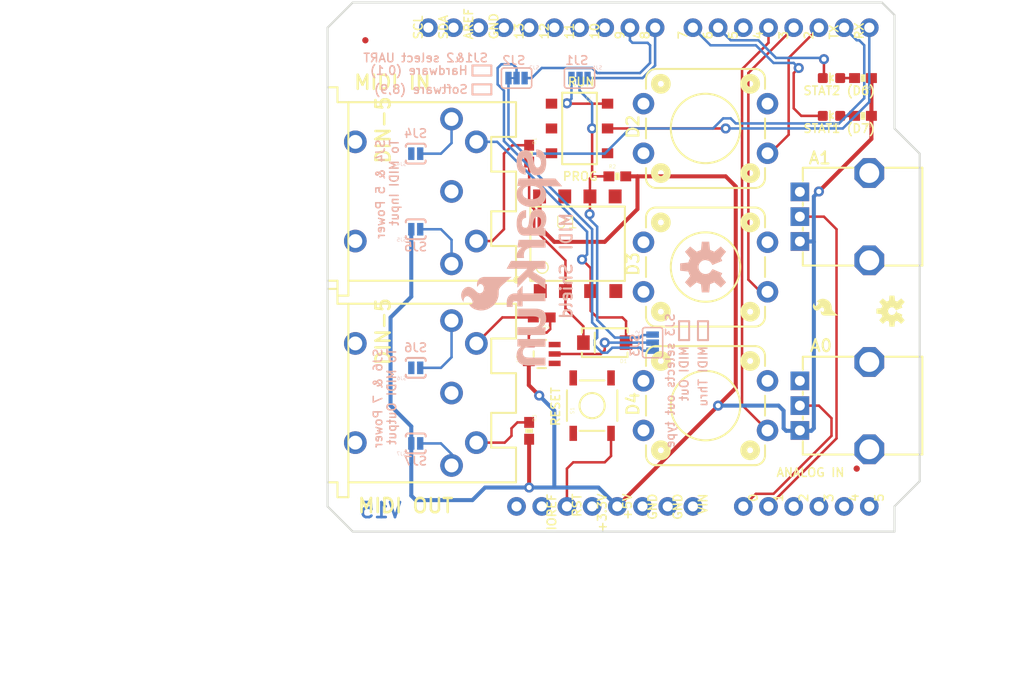
<source format=kicad_pcb>
(kicad_pcb (version 20211014) (generator pcbnew)
  (layers (0 "F.Cu" signal) (31 "B.Cu" signal) (34 "B.Paste" user) (35 "F.Paste" user) (36 "B.SilkS" user "B.Silkscreen") (37 "F.SilkS" user "F.Silkscreen") (38 "B.Mask" user) (39 "F.Mask" user) (44 "Edge.Cuts" user))
  (net 0 "")
  (net 1 "GND")
  (net 2 "VCC")
  (net 3 "56")
  (net 4 "PIN5")
  (net 5 "PORT-RX")
  (net 6 "1235")
  (net 7 "D2")
  (net 8 "D3")
  (net 9 "D4")
  (net 10 "RESET")
  (net 11 "A1")
  (net 12 "A0")
  (net 13 "N$9")
  (net 14 "N$10")
  (net 15 "D7")
  (net 16 "D6")
  (net 17 "RX-I")
  (net 18 "N$2")
  (net 19 "N$1")
  (net 20 "N$3")
  (net 21 "PORT-TX")
  (net 22 "N$4")
  (net 23 "N$5")
  (net 24 "N$6")
  (net 25 "N$7")
  (net 26 "HARD-TX")
  (net 27 "HARD-RX")
  (net 28 "SOFT-TX")
  (net 29 "SOFT-RX")
  (net 30 "TX-BUF")
  (footprint "boardEagle:5-PIN-DIN-RA-PCB-NEW" (layer "F.Cu") (at 118.6561 117.7036 -90)
    (fp_text reference "J2" hide)
    (fp_text value "MIDI OUT" hide)
  )
  (footprint "boardEagle:0603-RES" (layer "F.Cu") (at 147.8661 95.8596)
    (fp_text reference "R2")
    (fp_text value "220")
  )
  (footprint "boardEagle:SFE_LOGO_FLAME_.1" (layer "F.Cu") (at 170.4721 110.2106 90)
    (fp_text reference "LOGO5" hide)
    (fp_text value "SFE_LOGO_FLAME.1_INCH" hide)
  )
  (footprint "boardEagle:TACTILE-SWITCH-SMD" (layer "F.Cu") (at 145.3261 118.9736 90)
    (fp_text reference "S1")
    (fp_text value "Reset")
  )
  (footprint "boardEagle:0603-RES" (layer "F.Cu") (at 140.2461 110.0836 180)
    (fp_text reference "R4")
    (fp_text value "220")
  )
  (footprint "boardEagle:TACTILE-PTH-12MM" (layer "F.Cu") (at 156.7561 105.0036)
    (fp_text reference "S4" hide)
    (fp_text value "SWITCH-MOMENTARY-212MM" hide)
  )
  (footprint "boardEagle:TACTILE-PTH-12MM" (layer "F.Cu") (at 156.7561 91.0336)
    (fp_text reference "S5" hide)
    (fp_text value "SWITCH-MOMENTARY-212MM" hide)
  )
  (footprint "boardEagle:LED-0603" (layer "F.Cu") (at 169.4561 85.9536 90)
    (fp_text reference "LED2")
    (fp_text value "GREEN")
  )
  (footprint "boardEagle:0603-RES" (layer "F.Cu") (at 172.6311 85.9536 180)
    (fp_text reference "R6")
    (fp_text value "330")
  )
  (footprint "boardEagle:REVISION" (layer "F.Cu") (at 117.3861 148.1836)
    (fp_text reference "U$1" hide)
    (fp_text value "REVISION" hide)
  )
  (footprint "boardEagle:AYZ0202" (layer "F.Cu") (at 144.0561 91.0336 -90)
    (fp_text reference "S2")
    (fp_text value "RUN/PROGRAM")
  )
  (footprint "boardEagle:SMA-DIODE" (layer "F.Cu") (at 146.5961 112.6236 180)
    (fp_text reference "D1")
    (fp_text value "MBRA140")
  )
  (footprint "boardEagle:ALPS_POT" (layer "F.Cu") (at 173.2661 118.9736 180)
    (fp_text reference "RV2" hide)
    (fp_text value "10k" hide)
  )
  (footprint "boardEagle:0603-RES" (layer "F.Cu") (at 138.9761 93.5736 -90)
    (fp_text reference "R1")
    (fp_text value "220")
  )
  (footprint "boardEagle:5-PIN-DIN-RA-PCB-NEW" (layer "F.Cu") (at 118.6561 97.3836 -90)
    (fp_text reference "J1" hide)
    (fp_text value "MIDI IN" hide)
  )
  (footprint "boardEagle:LED-0603" (layer "F.Cu") (at 169.4561 89.7636 90)
    (fp_text reference "LED1")
    (fp_text value "RED")
  )
  (footprint "boardEagle:MICRO-FIDUCIAL" (layer "F.Cu") (at 122.4661 82.1436)
    (fp_text reference "FID2" hide)
    (fp_text value "FIDUCIALUFIDUCIAL" hide)
  )
  (footprint "boardEagle:SOT23-5" (layer "F.Cu") (at 140.2461 113.7666 90)
    (fp_text reference "U2")
    (fp_text value "74AHC1G125")
  )
  (footprint "boardEagle:0603-RES" (layer "F.Cu") (at 172.6311 89.7636 180)
    (fp_text reference "R5")
    (fp_text value "330")
  )
  (footprint "boardEagle:MICRO-FIDUCIAL" (layer "F.Cu") (at 171.9961 125.3236)
    (fp_text reference "FID1" hide)
    (fp_text value "FIDUCIALUFIDUCIAL" hide)
  )
  (footprint "boardEagle:8-SMD" (layer "F.Cu") (at 144.0561 102.4636)
    (fp_text reference "U1")
    (fp_text value "6N138M")
  )
  (footprint "boardEagle:OSHW-LOGO-S" (layer "F.Cu") (at 175.5521 109.4486 90)
    (fp_text reference "LOGO2" hide)
    (fp_text value "OSHW-LOGOS" hide)
  )
  (footprint "boardEagle:TACTILE-PTH-12MM" (layer "F.Cu") (at 156.7561 118.9736)
    (fp_text reference "S3" hide)
    (fp_text value "SWITCH-MOMENTARY-212MM" hide)
  )
  (footprint "boardEagle:0603-RES" (layer "F.Cu") (at 138.9761 121.5136 -90)
    (fp_text reference "R3")
    (fp_text value "220")
  )
  (footprint "boardEagle:ALPS_POT" (layer "F.Cu") (at 173.2661 99.9236 180)
    (fp_text reference "RV1" hide)
    (fp_text value "10k" hide)
  )
  (footprint "boardEagle:UNO_R3_SHIELD" (layer "F.Cu") (at 118.6561 78.3336 -90)
    (fp_text reference "J3" hide)
    (fp_text value "UNO_R3_SHIELD" hide)
  )
  (footprint "boardEagle:CREATIVE_COMMONS" (layer "F.Cu") (at 105.9561 145.6436)
    (fp_text reference "FRAME1" hide)
    (fp_text value "Frame" hide)
  )
  (footprint "boardEagle:PAD-JUMPER-2-NO_YES_SILK" (layer "B.Cu") (at 127.5461 122.7836)
    (fp_text reference "SJ7")
    (fp_text value "JUMPER-PAD-2-NOYES_SILK")
  )
  (footprint "boardEagle:PAD-JUMPER-3-2OF3_NC_BY_TRACE_YES_SILK_FULL_BOX" (layer "B.Cu") (at 151.4221 112.6236 -90)
    (fp_text reference "SJ3")
    (fp_text value "out/thru")
  )
  (footprint "boardEagle:PAD-JUMPER-3-2OF3_NC_BY_TRACE_YES_SILK_FULL_BOX" (layer "B.Cu") (at 137.7061 85.9536 180)
    (fp_text reference "SJ2")
    (fp_text value "TX sel")
  )
  (footprint "boardEagle:SFE_LOGO_NAME_FLAME_.2" (layer "B.Cu") (at 142.4051 92.4306 -90)
    (fp_text reference "LOGO1" hide)
    (fp_text value "SFE_LOGO_NAME_FLAME.2_INCH" hide)
  )
  (footprint "boardEagle:OSHW-LOGO-M" (layer "B.Cu") (at 156.7561 105.0036 -90)
    (fp_text reference "LOGO3" hide)
    (fp_text value "OSHW-LOGOM" hide)
  )
  (footprint "boardEagle:PAD-JUMPER-2-NO_YES_SILK" (layer "B.Cu") (at 127.5461 93.5736)
    (fp_text reference "SJ4")
    (fp_text value "JUMPER-PAD-2-NOYES_SILK")
  )
  (footprint "boardEagle:PAD-JUMPER-2-NO_YES_SILK" (layer "B.Cu") (at 127.5461 101.1936)
    (fp_text reference "SJ5")
    (fp_text value "JUMPER-PAD-2-NOYES_SILK")
  )
  (footprint "boardEagle:PAD-JUMPER-3-2OF3_NC_BY_TRACE_YES_SILK_FULL_BOX" (layer "B.Cu") (at 144.0561 85.9536 180)
    (fp_text reference "SJ1")
    (fp_text value "RX sel")
  )
  (footprint "boardEagle:PAD-JUMPER-2-NO_YES_SILK" (layer "B.Cu") (at 127.5461 115.1636)
    (fp_text reference "SJ6")
    (fp_text value "JUMPER-PAD-2-NOYES_SILK")
  )
  (gr_line (start 154.0891 112.3696) (end 154.0891 110.4646) (layer "B.SilkS") (width 0.2032))
  (gr_line (start 157.0101 112.3696) (end 155.9941 112.3696) (layer "B.SilkS") (width 0.2032))
  (gr_line (start 154.0891 110.4646) (end 155.1051 110.4646) (layer "B.SilkS") (width 0.2032))
  (gr_line (start 133.2611 87.6046) (end 133.2611 86.5886) (layer "B.SilkS") (width 0.2032))
  (gr_line (start 133.2611 84.6836) (end 135.1661 84.6836) (layer "B.SilkS") (width 0.2032))
  (gr_line (start 155.9941 110.4646) (end 157.0101 110.4646) (layer "B.SilkS") (width 0.2032))
  (gr_line (start 135.1661 85.6996) (end 133.2611 85.6996) (layer "B.SilkS") (width 0.2032))
  (gr_line (start 155.1051 110.4646) (end 155.1051 112.3696) (layer "B.SilkS") (width 0.2032))
  (gr_line (start 157.0101 110.4646) (end 157.0101 112.3696) (layer "B.SilkS") (width 0.2032))
  (gr_line (start 135.1661 86.5886) (end 135.1661 87.6046) (layer "B.SilkS") (width 0.2032))
  (gr_line (start 133.2611 85.6996) (end 133.2611 84.6836) (layer "B.SilkS") (width 0.2032))
  (gr_line (start 135.1661 84.6836) (end 135.1661 85.6996) (layer "B.SilkS") (width 0.2032))
  (gr_line (start 155.1051 112.3696) (end 154.0891 112.3696) (layer "B.SilkS") (width 0.2032))
  (gr_line (start 133.2611 86.5886) (end 135.1661 86.5886) (layer "B.SilkS") (width 0.2032))
  (gr_line (start 135.1661 87.6046) (end 133.2611 87.6046) (layer "B.SilkS") (width 0.2032))
  (gr_line (start 155.9941 112.3696) (end 155.9941 110.4646) (layer "B.SilkS") (width 0.2032))
  (gr_line (start 121.1961 131.6736) (end 118.6561 129.1336) (layer "Edge.Cuts") (width 0.2032))
  (gr_line (start 118.6561 129.1336) (end 118.6561 80.8736) (layer "Edge.Cuts") (width 0.2032))
  (gr_line (start 175.8061 129.1336) (end 175.8061 131.6736) (layer "Edge.Cuts") (width 0.2032))
  (gr_line (start 174.5361 78.3336) (end 175.8061 79.6036) (layer "Edge.Cuts") (width 0.2032))
  (gr_line (start 121.1961 78.3336) (end 174.5361 78.3336) (layer "Edge.Cuts") (width 0.2032))
  (gr_line (start 175.8061 79.6036) (end 175.8061 91.0336) (layer "Edge.Cuts") (width 0.2032))
  (gr_line (start 178.3461 93.5736) (end 178.3461 126.5936) (layer "Edge.Cuts") (width 0.2032))
  (gr_line (start 178.3461 126.5936) (end 175.8061 129.1336) (layer "Edge.Cuts") (width 0.2032))
  (gr_line (start 175.8061 91.0336) (end 178.3461 93.5736) (layer "Edge.Cuts") (width 0.2032))
  (gr_line (start 118.6561 80.8736) (end 121.1961 78.3336) (layer "Edge.Cuts") (width 0.2032))
  (gr_line (start 175.8061 131.6736) (end 121.1961 131.6736) (layer "Edge.Cuts") (width 0.2032))
  (gr_text "V15" (at 126.2761 130.4036) (layer "B.Cu") (effects (font (size 1.5113 1.5113) (thickness 0.2667)) (justify left bottom mirror)))
  (gr_text "SJ4" (at 126.2761 91.0336) (layer "B.SilkS") (effects (font (size 0.8636 0.8636) (thickness 0.1524)) (justify right top mirror)))
  (gr_text "SJ3 selects out type" (at 152.6921 109.5756 -270) (layer "B.SilkS") (effects (font (size 0.8636 0.8636) (thickness 0.1524)) (justify left top mirror)))
  (gr_text "SJ1&2 select UART" (at 134.9121 83.4136) (layer "B.SilkS") (effects (font (size 0.8636 0.8636) (thickness 0.1524)) (justify left top mirror)))
  (gr_text "SJ3" (at 150.1521 112.8776 -270) (layer "B.SilkS") (effects (font (size 0.8636 0.8636) (thickness 0.1524)) (justify bottom mirror)))
  (gr_text "SJ5" (at 126.2761 102.4636) (layer "B.SilkS") (effects (font (size 0.8636 0.8636) (thickness 0.1524)) (justify right top mirror)))
  (gr_text "MIDI" (at 143.4211 99.4156 -270) (layer "B.SilkS") (effects (font (size 1.20904 1.20904) (thickness 0.21336)) (justify left bottom mirror)))
  (gr_text "SJ6 & 7 Power \nTo MIDI Output" (at 123.2281 113.1316 -270) (layer "B.SilkS") (effects (font (size 0.8636 0.8636) (thickness 0.1524)) (justify left top mirror)))
  (gr_text "MIDI Thru" (at 155.9941 112.8776 -270) (layer "B.SilkS") (effects (font (size 0.8636 0.8636) (thickness 0.1524)) (justify left top mirror)))
  (gr_text "Shield" (at 143.4211 104.4956 -270) (layer "B.SilkS") (effects (font (size 1.20904 1.20904) (thickness 0.21336)) (justify left bottom mirror)))
  (gr_text "SJ2" (at 136.1821 83.6676) (layer "B.SilkS") (effects (font (size 0.8636 0.8636) (thickness 0.1524)) (justify right top mirror)))
  (gr_text "SJ1" (at 142.5321 83.6676) (layer "B.SilkS") (effects (font (size 0.8636 0.8636) (thickness 0.1524)) (justify right top mirror)))
  (gr_text "MIDI Out" (at 154.0891 112.8776 -270) (layer "B.SilkS") (effects (font (size 0.8636 0.8636) (thickness 0.1524)) (justify left top mirror)))
  (gr_text "Hardware (0,1)" (at 132.8801 84.6836) (layer "B.SilkS") (effects (font (size 0.8636 0.8636) (thickness 0.1524)) (justify left top mirror)))
  (gr_text "SJ7" (at 126.2761 124.0536) (layer "B.SilkS") (effects (font (size 0.8636 0.8636) (thickness 0.1524)) (justify right top mirror)))
  (gr_text "SJ6" (at 126.2761 112.6236) (layer "B.SilkS") (effects (font (size 0.8636 0.8636) (thickness 0.1524)) (justify right top mirror)))
  (gr_text "SJ4 & 5 Power \nTo MIDI Input" (at 123.4821 92.0496 -270) (layer "B.SilkS") (effects (font (size 0.8636 0.8636) (thickness 0.1524)) (justify left top mirror)))
  (gr_text "Software (8,9)" (at 132.8801 86.5886) (layer "B.SilkS") (effects (font (size 0.8636 0.8636) (thickness 0.1524)) (justify left top mirror)))
  (gr_text "D2" (at 150.1521 92.1766 90) (layer "F.SilkS") (effects (font (size 1.20904 1.20904) (thickness 0.21336)) (justify left bottom)))
  (gr_text "A0" (at 167.1701 113.6396) (layer "F.SilkS") (effects (font (size 1.20904 1.20904) (thickness 0.21336)) (justify left bottom)))
  (gr_text "D4" (at 150.1521 120.1166 90) (layer "F.SilkS") (effects (font (size 1.20904 1.20904) (thickness 0.21336)) (justify left bottom)))
  (gr_text "STAT1 (D7)" (at 166.5351 91.5416) (layer "F.SilkS") (effects (font (size 0.8636 0.8636) (thickness 0.1524)) (justify left bottom)))
  (gr_text "A1" (at 167.0431 94.7166) (layer "F.SilkS") (effects (font (size 1.20904 1.20904) (thickness 0.21336)) (justify left bottom)))
  (gr_text "PROG" (at 142.2781 96.3676) (layer "F.SilkS") (effects (font (size 0.8636 0.8636) (thickness 0.1524)) (justify left bottom)))
  (gr_text "MIDI IN" (at 121.1961 87.2236) (layer "F.SilkS") (effects (font (size 1.42494 1.42494) (thickness 0.25146)) (justify left bottom)))
  (gr_text "MIDI OUT" (at 121.5771 129.8956) (layer "F.SilkS") (effects (font (size 1.42494 1.42494) (thickness 0.25146)) (justify left bottom)))
  (gr_text "RUN" (at 142.7861 86.8426) (layer "F.SilkS") (effects (font (size 0.8636 0.8636) (thickness 0.1524)) (justify left bottom)))
  (gr_text "STAT2 (D6)" (at 166.5351 87.7316) (layer "F.SilkS") (effects (font (size 0.8636 0.8636) (thickness 0.1524)) (justify left bottom)))
  (gr_text "D3" (at 150.1521 106.0196 90) (layer "F.SilkS") (effects (font (size 1.20904 1.20904) (thickness 0.21336)) (justify left bottom)))
  (gr_text "RESET" (at 142.1511 121.1326 90) (layer "F.SilkS") (effects (font (size 0.8636 0.8636) (thickness 0.1524)) (justify left bottom)))
  (segment (start 149.8981 95.8596) (end 158.7881 95.8596) (width 0.4064) (layer "F.Cu") (net 2))
  (segment (start 159.8041 117.1956) (end 158.0261 118.9736) (width 0.4064) (layer "F.Cu") (net 2))
  (segment (start 158.0261 118.9736) (end 147.8661 129.1336) (width 0.4064) (layer "F.Cu") (net 2))
  (segment (start 140.0261 100.9736) (end 141.5161 102.4636) (width 0.4064) (layer "F.Cu") (net 2))
  (segment (start 173.4811 85.9536) (end 173.4811 89.7636) (width 0.4064) (layer "F.Cu") (net 2))
  (segment (start 158.7881 95.8596) (end 159.8041 96.8756) (width 0.4064) (layer "F.Cu") (net 2))
  (segment (start 140.0261 97.8836) (end 140.0261 100.9736) (width 0.4064) (layer "F.Cu") (net 2))
  (segment (start 141.5161 102.4636) (end 146.5961 102.4636) (width 0.4064) (layer "F.Cu") (net 2))
  (segment (start 149.8981 99.1616) (end 149.8981 95.8596) (width 0.4064) (layer "F.Cu") (net 2))
  (segment (start 138.9761 122.3636) (end 138.9761 127.2286) (width 0.4064) (layer "F.Cu") (net 2))
  (segment (start 148.7161 95.8596) (end 149.8981 95.8596) (width 0.4064) (layer "F.Cu") (net 2))
  (segment (start 138.946 116.9115) (end 139.9921 117.9576) (width 0.4064) (layer "F.Cu") (net 2))
  (segment (start 173.4811 92.0886) (end 168.1861 97.3836) (width 0.4064) (layer "F.Cu") (net 2))
  (segment (start 138.946 114.7166) (end 138.946 116.9115) (width 0.4064) (layer "F.Cu") (net 2))
  (segment (start 146.5961 102.4636) (end 149.8981 99.1616) (width 0.4064) (layer "F.Cu") (net 2))
  (segment (start 173.4811 89.7636) (end 173.4811 92.0886) (width 0.4064) (layer "F.Cu") (net 2))
  (segment (start 159.8041 96.8756) (end 159.8041 117.1956) (width 0.4064) (layer "F.Cu") (net 2))
  (via (at 139.9921 117.9576) (size 1.016) (drill 0.508) (layers "F.Cu" "B.Cu") (net 2))
  (via (at 168.1861 97.3836) (size 1.016) (drill 0.508) (layers "F.Cu" "B.Cu") (net 2))
  (via (at 158.0261 118.9736) (size 1.016) (drill 0.508) (layers "F.Cu" "B.Cu") (net 2))
  (via (at 138.9761 127.2286) (size 1.016) (drill 0.508) (layers "F.Cu" "B.Cu") (net 2))
  (segment (start 127.0961 107.9936) (end 125.0061 110.0836) (width 0.4064) (layer "B.Cu") (net 2))
  (segment (start 164.1221 118.9736) (end 158.0261 118.9736) (width 0.4064) (layer "B.Cu") (net 2))
  (segment (start 164.6301 119.4816) (end 164.1221 118.9736) (width 0.4064) (layer "B.Cu") (net 2))
  (segment (start 125.0061 118.9736) (end 127.0961 121.0636) (width 0.4064) (layer "B.Cu") (net 2))
  (segment (start 134.5311 127.2286) (end 138.9761 127.2286) (width 0.4064) (layer "B.Cu") (net 2))
  (segment (start 139.9921 117.9576) (end 141.5161 119.4816) (width 0.4064) (layer "B.Cu") (net 2))
  (segment (start 167.6381 102.4236) (end 167.6781 102.4636) (width 0.4064) (layer "B.Cu") (net 2))
  (segment (start 166.2661 102.4236) (end 167.6381 102.4236) (width 0.4064) (layer "B.Cu") (net 2))
  (segment (start 127.0961 122.7836) (end 127.0961 128.0486) (width 0.4064) (layer "B.Cu") (net 2))
  (segment (start 138.9761 127.2286) (end 141.5161 127.2286) (width 0.4064) (layer "B.Cu") (net 2))
  (segment (start 141.5161 127.2286) (end 145.9611 127.2286) (width 0.4064) (layer "B.Cu") (net 2))
  (segment (start 168.1861 97.3836) (end 167.6781 97.8916) (width 0.4064) (layer "B.Cu") (net 2))
  (segment (start 127.0961 101.1936) (end 127.0961 107.9936) (width 0.4064) (layer "B.Cu") (net 2))
  (segment (start 167.6781 97.8916) (end 167.6781 102.4636) (width 0.4064) (layer "B.Cu") (net 2))
  (segment (start 166.2261 121.5136) (end 164.8841 121.5136) (width 0.4064) (layer "B.Cu") (net 2))
  (segment (start 167.6781 102.4636) (end 167.6781 121.2596) (width 0.4064) (layer "B.Cu") (net 2))
  (segment (start 127.0961 122.7836) (end 127.0961 121.0636) (width 0.4064) (layer "B.Cu") (net 2))
  (segment (start 133.2611 128.4986) (end 134.5311 127.2286) (width 0.4064) (layer "B.Cu") (net 2))
  (segment (start 166.2661 121.4736) (end 166.2261 121.5136) (width 0.4064) (layer "B.Cu") (net 2))
  (segment (start 141.5161 119.4816) (end 141.5161 127.2286) (width 0.4064) (layer "B.Cu") (net 2))
  (segment (start 166.3061 121.5136) (end 167.4241 121.5136) (width 0.4064) (layer "B.Cu") (net 2))
  (segment (start 147.8661 129.1336) (end 145.9611 127.2286) (width 0.4064) (layer "B.Cu") (net 2))
  (segment (start 125.0061 110.0836) (end 125.0061 118.9736) (width 0.4064) (layer "B.Cu") (net 2))
  (segment (start 127.0961 128.0486) (end 127.5461 128.4986) (width 0.4064) (layer "B.Cu") (net 2))
  (segment (start 164.6301 121.2596) (end 164.6301 119.4816) (width 0.4064) (layer "B.Cu") (net 2))
  (segment (start 166.2661 121.4736) (end 166.3061 121.5136) (width 0.4064) (layer "B.Cu") (net 2))
  (segment (start 167.4241 121.5136) (end 167.6781 121.2596) (width 0.4064) (layer "B.Cu") (net 2))
  (segment (start 164.8841 121.5136) (end 164.6301 121.2596) (width 0.4064) (layer "B.Cu") (net 2))
  (segment (start 127.5461 128.4986) (end 133.2611 128.4986) (width 0.4064) (layer "B.Cu") (net 2))
  (segment (start 142.6361 107.4236) (end 142.6361 104.3456) (width 0.254) (layer "F.Cu") (net 3))
  (segment (start 142.6361 107.4236) (end 142.6361 109.1716) (width 0.254) (layer "F.Cu") (net 3))
  (segment (start 144.4461 112.6236) (end 144.4461 110.9816) (width 0.254) (layer "F.Cu") (net 3))
  (segment (start 138.9761 94.4236) (end 138.9761 98.6536) (width 0.254) (layer "F.Cu") (net 3))
  (segment (start 139.4841 99.1616) (end 139.4841 101.1936) (width 0.254) (layer "F.Cu") (net 3))
  (segment (start 138.9761 98.6536) (end 139.4841 99.1616) (width 0.254) (layer "F.Cu") (net 3))
  (segment (start 142.6361 109.1716) (end 144.4461 110.9816) (width 0.254) (layer "F.Cu") (net 3))
  (segment (start 142.6361 104.3456) (end 139.4841 101.1936) (width 0.254) (layer "F.Cu") (net 3))
  (segment (start 148.7461 112.6236) (end 148.7461 110.4556) (width 0.254) (layer "F.Cu") (net 4))
  (segment (start 148.7461 110.4556) (end 148.3741 110.0836) (width 0.254) (layer "F.Cu") (net 4))
  (segment (start 145.1761 105.1076) (end 144.3101 104.2416) (width 0.254) (layer "F.Cu") (net 4))
  (segment (start 145.1761 109.4256) (end 145.8341 110.0836) (width 0.254) (layer "F.Cu") (net 4))
  (segment (start 145.1761 107.4236) (end 145.1761 109.4256) (width 0.254) (layer "F.Cu") (net 4))
  (segment (start 148.3741 110.0836) (end 145.8341 110.0836) (width 0.254) (layer "F.Cu") (net 4))
  (segment (start 145.1761 107.4236) (end 145.1761 105.1076) (width 0.254) (layer "F.Cu") (net 4))
  (via (at 144.3101 104.2416) (size 1.016) (drill 0.508) (layers "F.Cu" "B.Cu") (net 4))
  (segment (start 144.3101 104.2416) (end 144.8181 103.7336) (width 0.254) (layer "B.Cu") (net 4))
  (segment (start 144.8181 103.7336) (end 144.8181 101.4476) (width 0.254) (layer "B.Cu") (net 4))
  (segment (start 144.8181 101.4476) (end 135.7541 92.3836) (width 0.254) (layer "B.Cu") (net 4))
  (segment (start 133.6561 92.3836) (end 135.7541 92.3836) (width 0.254) (layer "B.Cu") (net 4))
  (segment (start 145.1061 99.6356) (end 145.0721 99.6696) (width 0.254) (layer "F.Cu") (net 5))
  (segment (start 145.3261 91.0336) (end 145.3261 95.8596) (width 0.254) (layer "F.Cu") (net 5))
  (segment (start 145.1061 97.8836) (end 145.1061 99.6356) (width 0.254) (layer "F.Cu") (net 5))
  (segment (start 147.0161 95.8596) (end 145.3261 95.8596) (width 0.254) (layer "F.Cu") (net 5))
  (segment (start 145.1061 97.8836) (end 145.1061 96.0796) (width 0.254) (layer "F.Cu") (net 5))
  (segment (start 145.1061 96.0796) (end 145.3261 95.8596) (width 0.254) (layer "F.Cu") (net 5))
  (via (at 145.3261 91.0336) (size 1.016) (drill 0.508) (layers "F.Cu" "B.Cu") (net 5))
  (via (at 145.0721 99.6696) (size 1.016) (drill 0.508) (layers "F.Cu" "B.Cu") (net 5))
  (segment (start 144.0561 85.9536) (end 144.0561 87.2236) (width 0.254) (layer "B.Cu") (net 5))
  (segment (start 144.0561 87.2236) (end 145.3261 88.4936) (width 0.254) (layer "B.Cu") (net 5))
  (segment (start 145.8341 100.9396) (end 145.0721 100.1776) (width 0.254) (layer "B.Cu") (net 5))
  (segment (start 145.8341 110.3376) (end 145.8341 100.9396) (width 0.254) (layer "B.Cu") (net 5))
  (segment (start 151.4221 111.8616) (end 150.4061 111.8616) (width 0.254) (layer "B.Cu") (net 5))
  (segment (start 145.3261 88.4936) (end 145.3261 91.0336) (width 0.254) (layer "B.Cu") (net 5))
  (segment (start 150.1521 112.1156) (end 147.6121 112.1156) (width 0.254) (layer "B.Cu") (net 5))
  (segment (start 150.4061 111.8616) (end 150.1521 112.1156) (width 0.254) (layer "B.Cu") (net 5))
  (segment (start 151.4221 111.8616) (end 151.4221 111.8108) (width 0.254) (layer "B.Cu") (net 5))
  (segment (start 147.6121 112.1156) (end 145.8341 110.3376) (width 0.254) (layer "B.Cu") (net 5))
  (segment (start 145.0721 100.1776) (end 145.0721 99.6696) (width 0.254) (layer "B.Cu") (net 5))
  (segment (start 137.7941 120.6636) (end 137.1981 121.2596) (width 0.254) (layer "F.Cu") (net 6))
  (segment (start 133.6561 122.7036) (end 136.5161 122.7036) (width 0.254) (layer "F.Cu") (net 6))
  (segment (start 138.9761 120.6636) (end 137.7941 120.6636) (width 0.254) (layer "F.Cu") (net 6))
  (segment (start 137.1981 121.2596) (end 137.1981 122.0216) (width 0.254) (layer "F.Cu") (net 6))
  (segment (start 137.1981 122.0216) (end 136.5161 122.7036) (width 0.254) (layer "F.Cu") (net 6))
  (segment (start 163.0061 93.5336) (end 163.2731 93.5336) (width 0.254) (layer "F.Cu") (net 7))
  (segment (start 168.1861 80.8736) (end 165.1381 83.9216) (width 0.254) (layer "F.Cu") (net 7))
  (segment (start 163.2731 93.5336) (end 165.1381 91.6686) (width 0.254) (layer "F.Cu") (net 7))
  (segment (start 165.1381 91.6686) (end 165.1381 83.9216) (width 0.254) (layer "F.Cu") (net 7))
  (segment (start 162.3041 107.5036) (end 161.0741 106.2736) (width 0.254) (layer "F.Cu") (net 8))
  (segment (start 165.6461 80.8736) (end 161.0741 85.4456) (width 0.254) (layer "F.Cu") (net 8))
  (segment (start 163.0061 107.5036) (end 162.3041 107.5036) (width 0.254) (layer "F.Cu") (net 8))
  (segment (start 161.0741 106.2736) (end 161.0741 85.4456) (width 0.254) (layer "F.Cu") (net 8))
  (segment (start 160.4391 85.0646) (end 163.1061 82.3976) (width 0.254) (layer "F.Cu") (net 9))
  (segment (start 163.0061 121.4736) (end 160.4391 118.9066) (width 0.254) (layer "F.Cu") (net 9))
  (segment (start 163.1061 80.8736) (end 163.1061 82.3976) (width 0.254) (layer "F.Cu") (net 9))
  (segment (start 160.4391 118.9066) (end 160.4391 85.0646) (width 0.254) (layer "F.Cu") (net 9))
  (segment (start 147.2311 121.7676) (end 147.2311 124.0536) (width 0.254) (layer "F.Cu") (net 10))
  (segment (start 142.7861 125.3236) (end 142.7861 129.1336) (width 0.254) (layer "F.Cu") (net 10))
  (segment (start 143.4211 124.6886) (end 142.7861 125.3236) (width 0.254) (layer "F.Cu") (net 10))
  (segment (start 146.5961 124.6886) (end 143.4211 124.6886) (width 0.254) (layer "F.Cu") (net 10))
  (segment (start 147.2311 124.0536) (end 146.5961 124.6886) (width 0.254) (layer "F.Cu") (net 10))
  (segment (start 169.9641 101.1936) (end 168.6941 99.9236) (width 0.254) (layer "F.Cu") (net 11))
  (segment (start 166.2661 99.9236) (end 168.6941 99.9236) (width 0.254) (layer "F.Cu") (net 11))
  (segment (start 163.1061 129.1336) (end 169.9641 122.2756) (width 0.254) (layer "F.Cu") (net 11))
  (segment (start 169.9641 122.2756) (end 169.9641 101.1936) (width 0.254) (layer "F.Cu") (net 11))
  (segment (start 169.4561 120.2436) (end 168.1861 118.9736) (width 0.254) (layer "F.Cu") (net 12))
  (segment (start 161.8361 127.8636) (end 163.6141 127.8636) (width 0.254) (layer "F.Cu") (net 12))
  (segment (start 169.4561 122.0216) (end 169.4561 120.2436) (width 0.254) (layer "F.Cu") (net 12))
  (segment (start 160.5661 129.1336) (end 161.8361 127.8636) (width 0.254) (layer "F.Cu") (net 12))
  (segment (start 163.6141 127.8636) (end 169.4561 122.0216) (width 0.254) (layer "F.Cu") (net 12))
  (segment (start 166.2661 118.9736) (end 168.1861 118.9736) (width 0.254) (layer "F.Cu") (net 12))
  (segment (start 170.3331 89.7636) (end 171.7811 89.7636) (width 0.254) (layer "F.Cu") (net 13))
  (segment (start 170.3331 85.9536) (end 171.7811 85.9536) (width 0.254) (layer "F.Cu") (net 14))
  (segment (start 166.1541 84.9376) (end 165.6461 85.4456) (width 0.254) (layer "F.Cu") (net 15))
  (segment (start 168.5791 89.7636) (end 166.4081 89.7636) (width 0.254) (layer "F.Cu") (net 15))
  (segment (start 165.6461 85.4456) (end 165.6461 89.0016) (width 0.254) (layer "F.Cu") (net 15))
  (segment (start 166.4081 89.7636) (end 165.6461 89.0016) (width 0.254) (layer "F.Cu") (net 15))
  (via (at 166.1541 84.9376) (size 1.016) (drill 0.508) (layers "F.Cu" "B.Cu") (net 15))
  (segment (start 163.6141 84.4296) (end 161.8361 82.6516) (width 0.254) (layer "B.Cu") (net 15))
  (segment (start 165.6461 84.4296) (end 166.1541 84.9376) (width 0.254) (layer "B.Cu") (net 15))
  (segment (start 161.8361 82.6516) (end 157.2641 82.6516) (width 0.254) (layer "B.Cu") (net 15))
  (segment (start 163.6141 84.4296) (end 165.6461 84.4296) (width 0.254) (layer "B.Cu") (net 15))
  (segment (start 157.2641 82.6516) (end 155.4861 80.8736) (width 0.254) (layer "B.Cu") (net 15))
  (segment (start 168.6941 85.8386) (end 168.6941 84.0486) (width 0.254) (layer "F.Cu") (net 16))
  (segment (start 168.5791 85.9536) (end 168.6941 85.8386) (width 0.254) (layer "F.Cu") (net 16))
  (via (at 168.6941 84.0486) (size 1.016) (drill 0.508) (layers "F.Cu" "B.Cu") (net 16))
  (segment (start 163.8681 83.9216) (end 168.6941 83.9216) (width 0.254) (layer "B.Cu") (net 16))
  (segment (start 158.0261 80.8736) (end 159.2961 82.1436) (width 0.254) (layer "B.Cu") (net 16))
  (segment (start 168.6941 83.9216) (end 168.6941 84.0486) (width 0.254) (layer "B.Cu") (net 16))
  (segment (start 162.0901 82.1436) (end 163.8681 83.9216) (width 0.254) (layer "B.Cu") (net 16))
  (segment (start 159.2961 82.1436) (end 162.0901 82.1436) (width 0.254) (layer "B.Cu") (net 16))
  (segment (start 158.7881 91.0336) (end 146.8811 91.0336) (width 0.254) (layer "F.Cu") (net 17))
  (via (at 158.7881 91.0336) (size 1.016) (drill 0.508) (layers "F.Cu" "B.Cu") (net 17))
  (segment (start 170.5991 91.0336) (end 173.2661 88.3666) (width 0.254) (layer "B.Cu") (net 17))
  (segment (start 158.7881 91.0336) (end 170.5991 91.0336) (width 0.254) (layer "B.Cu") (net 17))
  (segment (start 173.2661 80.8736) (end 173.2661 88.3666) (width 0.254) (layer "B.Cu") (net 17))
  (segment (start 133.6561 102.3836) (end 135.2461 102.3836) (width 0.254) (layer "F.Cu") (net 18))
  (segment (start 137.2861 92.7236) (end 136.4361 93.5736) (width 0.254) (layer "F.Cu") (net 18))
  (segment (start 138.9761 92.7236) (end 137.2861 92.7236) (width 0.254) (layer "F.Cu") (net 18))
  (segment (start 135.2461 102.3836) (end 136.4361 101.1936) (width 0.254) (layer "F.Cu") (net 18))
  (segment (start 136.4361 101.1936) (end 136.4361 93.5736) (width 0.254) (layer "F.Cu") (net 18))
  (segment (start 136.2761 110.0836) (end 133.6561 112.7036) (width 0.254) (layer "F.Cu") (net 19))
  (segment (start 139.3961 110.0836) (end 136.2761 110.0836) (width 0.254) (layer "F.Cu") (net 19))
  (segment (start 141.0961 110.0836) (end 141.0961 111.2656) (width 0.254) (layer "F.Cu") (net 20))
  (segment (start 140.7541 111.6076) (end 139.2301 111.6076) (width 0.254) (layer "F.Cu") (net 20))
  (segment (start 138.946 112.8166) (end 138.946 111.8917) (width 0.254) (layer "F.Cu") (net 20))
  (segment (start 141.0961 111.2656) (end 140.7541 111.6076) (width 0.254) (layer "F.Cu") (net 20))
  (segment (start 138.946 111.8917) (end 139.2301 111.6076) (width 0.254) (layer "F.Cu") (net 20))
  (segment (start 145.5801 112.3696) (end 145.8341 112.1156) (width 0.254) (layer "B.Cu") (net 21))
  (segment (start 147.3581 113.1316) (end 146.8501 113.6396) (width 0.254) (layer "B.Cu") (net 21))
  (segment (start 136.1821 84.5566) (end 137.3251 84.5566) (width 0.254) (layer "B.Cu") (net 21))
  (segment (start 135.8011 86.5886) (end 135.8011 84.9376) (width 0.254) (layer "B.Cu") (net 21))
  (segment (start 136.4361 87.2236) (end 135.8011 86.5886) (width 0.254) (layer "B.Cu") (net 21))
  (segment (start 145.3261 110.5916) (end 145.3261 101.1936) (width 0.254) (layer "B.Cu") (net 21))
  (segment (start 145.3261 101.1936) (end 136.4361 92.3036) (width 0.254) (layer "B.Cu") (net 21))
  (segment (start 135.8011 84.9376) (end 136.1821 84.5566) (width 0.254) (layer "B.Cu") (net 21))
  (segment (start 150.1521 113.1316) (end 147.3581 113.1316) (width 0.254) (layer "B.Cu") (net 21))
  (segment (start 151.4221 113.4364) (end 150.4569 113.4364) (width 0.254) (layer "B.Cu") (net 21))
  (segment (start 137.3251 84.5566) (end 137.7061 84.9376) (width 0.254) (layer "B.Cu") (net 21))
  (segment (start 145.8341 111.0996) (end 145.3261 110.5916) (width 0.254) (layer "B.Cu") (net 21))
  (segment (start 137.7061 84.9376) (end 137.7061 85.9536) (width 0.254) (layer "B.Cu") (net 21))
  (segment (start 136.4361 92.3036) (end 136.4361 87.2236) (width 0.254) (layer "B.Cu") (net 21))
  (segment (start 146.8501 113.6396) (end 146.3421 113.6396) (width 0.254) (layer "B.Cu") (net 21))
  (segment (start 150.4569 113.4364) (end 150.1521 113.1316) (width 0.254) (layer "B.Cu") (net 21))
  (segment (start 145.5801 112.8776) (end 145.5801 112.3696) (width 0.254) (layer "B.Cu") (net 21))
  (segment (start 146.3421 113.6396) (end 145.5801 112.8776) (width 0.254) (layer "B.Cu") (net 21))
  (segment (start 145.8341 112.1156) (end 145.8341 111.0996) (width 0.254) (layer "B.Cu") (net 21))
  (segment (start 131.1561 114.0936) (end 130.0861 115.1636) (width 0.254) (layer "B.Cu") (net 22))
  (segment (start 127.9961 115.1636) (end 130.0861 115.1636) (width 0.254) (layer "B.Cu") (net 22))
  (segment (start 131.1561 110.4036) (end 131.1561 114.0936) (width 0.254) (layer "B.Cu") (net 22))
  (segment (start 127.9961 122.7836) (end 130.0861 122.7836) (width 0.254) (layer "B.Cu") (net 23))
  (segment (start 131.1561 123.8536) (end 130.0861 122.7836) (width 0.254) (layer "B.Cu") (net 23))
  (segment (start 131.1561 125.0036) (end 131.1561 123.8536) (width 0.254) (layer "B.Cu") (net 23))
  (segment (start 127.9961 93.5736) (end 130.0861 93.5736) (width 0.254) (layer "B.Cu") (net 24))
  (segment (start 131.1561 92.5036) (end 130.0861 93.5736) (width 0.254) (layer "B.Cu") (net 24))
  (segment (start 131.1561 90.0836) (end 131.1561 92.5036) (width 0.254) (layer "B.Cu") (net 24))
  (segment (start 131.1561 102.2636) (end 130.0861 101.1936) (width 0.254) (layer "B.Cu") (net 25))
  (segment (start 130.0861 101.1936) (end 127.9961 101.1936) (width 0.254) (layer "B.Cu") (net 25))
  (segment (start 131.1561 104.6836) (end 131.1561 102.2636) (width 0.254) (layer "B.Cu") (net 25))
  (segment (start 171.9961 82.1436) (end 172.2501 82.1436) (width 0.254) (layer "B.Cu") (net 26))
  (segment (start 170.7261 80.8736) (end 171.9961 82.1436) (width 0.254) (layer "B.Cu") (net 26))
  (segment (start 146.5961 93.5736) (end 138.4681 93.5736) (width 0.254) (layer "B.Cu") (net 26))
  (segment (start 159.2961 90.0176) (end 158.5341 90.0176) (width 0.254) (layer "B.Cu") (net 26))
  (segment (start 149.1361 91.0336) (end 146.5961 93.5736) (width 0.254) (layer "B.Cu") (net 26))
  (segment (start 170.2181 90.5256) (end 159.8041 90.5256) (width 0.254) (layer "B.Cu") (net 26))
  (segment (start 172.7581 82.6516) (end 172.7581 87.9856) (width 0.254) (layer "B.Cu") (net 26))
  (segment (start 136.8933 85.9536) (end 136.8933 91.9988) (width 0.254) (layer "B.Cu") (net 26))
  (segment (start 138.4681 93.5736) (end 136.8933 91.9988) (width 0.254) (layer "B.Cu") (net 26))
  (segment (start 157.5181 91.0336) (end 149.1361 91.0336) (width 0.254) (layer "B.Cu") (net 26))
  (segment (start 159.8041 90.5256) (end 159.2961 90.0176) (width 0.254) (layer "B.Cu") (net 26))
  (segment (start 172.2501 82.1436) (end 172.7581 82.6516) (width 0.254) (layer "B.Cu") (net 26))
  (segment (start 172.7581 87.9856) (end 170.2181 90.5256) (width 0.254) (layer "B.Cu") (net 26))
  (segment (start 158.5341 90.0176) (end 157.5181 91.0336) (width 0.254) (layer "B.Cu") (net 26))
  (segment (start 142.8261 88.5336) (end 142.7861 88.4936) (width 0.254) (layer "F.Cu") (net 27))
  (segment (start 146.8811 88.5336) (end 142.8261 88.5336) (width 0.254) (layer "F.Cu") (net 27))
  (via (at 142.7861 88.4936) (size 1.016) (drill 0.508) (layers "F.Cu" "B.Cu") (net 27))
  (segment (start 143.2433 88.0364) (end 142.7861 88.4936) (width 0.254) (layer "B.Cu") (net 27))
  (segment (start 143.2433 85.9536) (end 143.2433 88.0364) (width 0.254) (layer "B.Cu") (net 27))
  (segment (start 145.8341 85.4456) (end 146.0881 85.4456) (width 0.254) (layer "B.Cu") (net 28))
  (segment (start 139.2301 85.9536) (end 140.2461 84.9376) (width 0.254) (layer "B.Cu") (net 28))
  (segment (start 145.8341 85.4456) (end 145.3261 84.9376) (width 0.254) (layer "B.Cu") (net 28))
  (segment (start 151.1681 82.6516) (end 151.1681 84.4296) (width 0.254) (layer "B.Cu") (net 28))
  (segment (start 140.2461 84.9376) (end 145.3261 84.9376) (width 0.254) (layer "B.Cu") (net 28))
  (segment (start 150.9141 82.3976) (end 151.1681 82.6516) (width 0.254) (layer "B.Cu") (net 28))
  (segment (start 149.3901 82.3976) (end 150.9141 82.3976) (width 0.254) (layer "B.Cu") (net 28))
  (segment (start 149.1361 82.1436) (end 149.3901 82.3976) (width 0.254) (layer "B.Cu") (net 28))
  (segment (start 138.5189 85.9536) (end 139.2301 85.9536) (width 0.254) (layer "B.Cu") (net 28))
  (segment (start 150.1521 85.4456) (end 146.0881 85.4456) (width 0.254) (layer "B.Cu") (net 28))
  (segment (start 151.1681 84.4296) (end 150.1521 85.4456) (width 0.254) (layer "B.Cu") (net 28))
  (segment (start 149.1361 80.8736) (end 149.1361 82.1436) (width 0.254) (layer "B.Cu") (net 28))
  (segment (start 151.6761 80.8736) (end 151.6761 84.6836) (width 0.254) (layer "B.Cu") (net 29))
  (segment (start 151.6761 84.6836) (end 150.4061 85.9536) (width 0.254) (layer "B.Cu") (net 29))
  (segment (start 144.8689 85.9536) (end 150.4061 85.9536) (width 0.254) (layer "B.Cu") (net 29))
  (segment (start 141.5462 113.7666) (end 146.2151 113.7666) (width 0.254) (layer "F.Cu") (net 30))
  (segment (start 146.5961 113.3856) (end 146.5961 112.6236) (width 0.254) (layer "F.Cu") (net 30))
  (segment (start 146.2151 113.7666) (end 146.5961 113.3856) (width 0.254) (layer "F.Cu") (net 30))
  (via (at 146.5961 112.6236) (size 1.016) (drill 0.508) (layers "F.Cu" "B.Cu") (net 30))
  (segment (start 146.5961 112.6236) (end 151.4221 112.6236) (width 0.254) (layer "B.Cu") (net 30))
)
</source>
